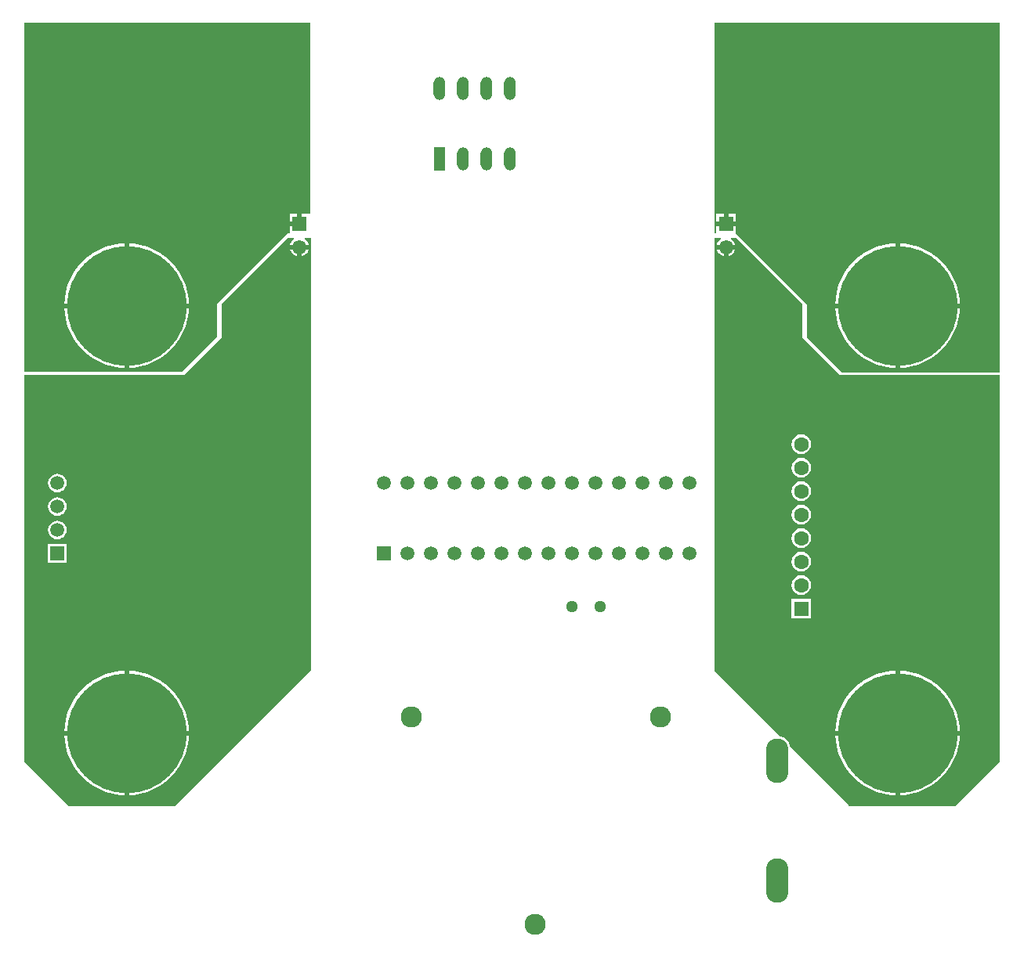
<source format=gbl>
G04*
G04 #@! TF.GenerationSoftware,Altium Limited,Altium Designer,20.0.12 (288)*
G04*
G04 Layer_Physical_Order=2*
G04 Layer_Color=16711680*
%FSLAX24Y24*%
%MOIN*%
G70*
G01*
G75*
%ADD61C,0.0630*%
%ADD62R,0.0630X0.0630*%
%ADD63R,0.0500X0.1000*%
%ADD64O,0.0500X0.1000*%
%ADD65R,0.0610X0.0610*%
%ADD66C,0.0610*%
%ADD67C,0.5100*%
%ADD68C,0.0594*%
%ADD69R,0.0594X0.0594*%
%ADD70O,0.0949X0.1898*%
%ADD71C,0.0902*%
%ADD72C,0.0512*%
%ADD73C,0.0591*%
%ADD74R,0.0591X0.0591*%
G36*
X12200Y22800D02*
X6400Y17000D01*
X1900D01*
X0Y18900D01*
Y35350D01*
X6800D01*
X8400Y36950D01*
Y38400D01*
X11200Y41200D01*
X11476D01*
X11490Y41167D01*
X11491Y41150D01*
X11411Y41089D01*
X11346Y41004D01*
X11305Y40906D01*
X11305Y40900D01*
X11700D01*
X12095D01*
X12095Y40906D01*
X12054Y41004D01*
X11989Y41089D01*
X11909Y41150D01*
X11910Y41167D01*
X11924Y41200D01*
X12200D01*
Y22800D01*
D02*
G37*
G36*
X12150Y42217D02*
X12105Y42205D01*
Y42205D01*
X11800D01*
Y41800D01*
X11700D01*
Y41700D01*
X11295D01*
Y41400D01*
X11200D01*
X8200Y38400D01*
Y37000D01*
X6700Y35500D01*
X0D01*
Y50350D01*
X12150D01*
Y42217D01*
D02*
G37*
G36*
X33100Y38400D02*
Y36950D01*
X34700Y35350D01*
X34790D01*
X34800Y35348D01*
X41500D01*
Y18900D01*
X39600Y17000D01*
X35100D01*
X32584Y19516D01*
X32578Y19558D01*
X32520Y19698D01*
X32428Y19818D01*
X32308Y19910D01*
X32168Y19968D01*
X32127Y19973D01*
X29350Y22750D01*
Y41200D01*
X29626D01*
X29640Y41167D01*
X29641Y41150D01*
X29561Y41089D01*
X29496Y41004D01*
X29455Y40906D01*
X29455Y40900D01*
X29850D01*
X30245D01*
X30245Y40906D01*
X30204Y41004D01*
X30139Y41089D01*
X30059Y41150D01*
X30060Y41167D01*
X30074Y41200D01*
X30300D01*
X33100Y38400D01*
D02*
G37*
G36*
X41500Y35450D02*
X34800D01*
X33300Y36950D01*
Y38350D01*
X30255Y41395D01*
Y41700D01*
X29850D01*
X29445D01*
Y41400D01*
X29350D01*
Y50350D01*
X41500D01*
Y35450D01*
D02*
G37*
%LPC*%
G36*
X12095Y40700D02*
X11800D01*
Y40405D01*
X11806Y40405D01*
X11904Y40446D01*
X11989Y40511D01*
X12054Y40596D01*
X12095Y40694D01*
X12095Y40700D01*
D02*
G37*
G36*
X11600D02*
X11305D01*
X11305Y40694D01*
X11346Y40596D01*
X11411Y40511D01*
X11496Y40446D01*
X11594Y40405D01*
X11600Y40405D01*
Y40700D01*
D02*
G37*
G36*
X1400Y31149D02*
X1297Y31135D01*
X1201Y31095D01*
X1118Y31032D01*
X1055Y30949D01*
X1015Y30853D01*
X1001Y30750D01*
X1015Y30647D01*
X1055Y30551D01*
X1118Y30468D01*
X1201Y30405D01*
X1297Y30365D01*
X1400Y30351D01*
X1503Y30365D01*
X1599Y30405D01*
X1682Y30468D01*
X1745Y30551D01*
X1785Y30647D01*
X1799Y30750D01*
X1785Y30853D01*
X1745Y30949D01*
X1682Y31032D01*
X1599Y31095D01*
X1503Y31135D01*
X1400Y31149D01*
D02*
G37*
G36*
Y30149D02*
X1297Y30135D01*
X1201Y30095D01*
X1118Y30032D01*
X1055Y29949D01*
X1015Y29853D01*
X1001Y29750D01*
X1015Y29647D01*
X1055Y29551D01*
X1118Y29468D01*
X1201Y29405D01*
X1297Y29365D01*
X1400Y29351D01*
X1503Y29365D01*
X1599Y29405D01*
X1682Y29468D01*
X1745Y29551D01*
X1785Y29647D01*
X1799Y29750D01*
X1785Y29853D01*
X1745Y29949D01*
X1682Y30032D01*
X1599Y30095D01*
X1503Y30135D01*
X1400Y30149D01*
D02*
G37*
G36*
Y29149D02*
X1297Y29135D01*
X1201Y29095D01*
X1118Y29032D01*
X1055Y28949D01*
X1015Y28853D01*
X1001Y28750D01*
X1015Y28647D01*
X1055Y28551D01*
X1118Y28468D01*
X1201Y28405D01*
X1297Y28365D01*
X1400Y28351D01*
X1503Y28365D01*
X1599Y28405D01*
X1682Y28468D01*
X1745Y28551D01*
X1785Y28647D01*
X1799Y28750D01*
X1785Y28853D01*
X1745Y28949D01*
X1682Y29032D01*
X1599Y29095D01*
X1503Y29135D01*
X1400Y29149D01*
D02*
G37*
G36*
X1795Y28145D02*
X1005D01*
Y27355D01*
X1795D01*
Y28145D01*
D02*
G37*
G36*
X4450Y22749D02*
Y20200D01*
X6999D01*
X6987Y20397D01*
X6938Y20691D01*
X6855Y20977D01*
X6741Y21252D01*
X6597Y21512D01*
X6425Y21755D01*
X6227Y21977D01*
X6005Y22175D01*
X5762Y22347D01*
X5502Y22491D01*
X5227Y22605D01*
X4941Y22688D01*
X4647Y22737D01*
X4450Y22749D01*
D02*
G37*
G36*
X4250D02*
X4053Y22737D01*
X3759Y22688D01*
X3473Y22605D01*
X3198Y22491D01*
X2938Y22347D01*
X2695Y22175D01*
X2473Y21977D01*
X2275Y21755D01*
X2103Y21512D01*
X1959Y21252D01*
X1845Y20977D01*
X1762Y20691D01*
X1713Y20397D01*
X1701Y20200D01*
X4250D01*
Y22749D01*
D02*
G37*
G36*
X6999Y20000D02*
X4450D01*
Y17451D01*
X4647Y17463D01*
X4941Y17512D01*
X5227Y17595D01*
X5502Y17709D01*
X5762Y17853D01*
X6005Y18025D01*
X6227Y18223D01*
X6425Y18445D01*
X6597Y18688D01*
X6741Y18948D01*
X6855Y19223D01*
X6938Y19509D01*
X6987Y19803D01*
X6999Y20000D01*
D02*
G37*
G36*
X4250D02*
X1701D01*
X1713Y19803D01*
X1762Y19509D01*
X1845Y19223D01*
X1959Y18948D01*
X2103Y18688D01*
X2275Y18445D01*
X2473Y18223D01*
X2695Y18025D01*
X2938Y17853D01*
X3198Y17709D01*
X3473Y17595D01*
X3759Y17512D01*
X4053Y17463D01*
X4250Y17451D01*
Y20000D01*
D02*
G37*
G36*
X11600Y42205D02*
X11295D01*
Y41900D01*
X11600D01*
Y42205D01*
D02*
G37*
G36*
X4450Y40949D02*
Y38400D01*
X6999D01*
X6987Y38597D01*
X6938Y38891D01*
X6855Y39177D01*
X6741Y39452D01*
X6597Y39712D01*
X6425Y39955D01*
X6227Y40177D01*
X6005Y40375D01*
X5762Y40547D01*
X5502Y40691D01*
X5227Y40805D01*
X4941Y40888D01*
X4647Y40937D01*
X4450Y40949D01*
D02*
G37*
G36*
X4250D02*
X4053Y40937D01*
X3759Y40888D01*
X3473Y40805D01*
X3198Y40691D01*
X2938Y40547D01*
X2695Y40375D01*
X2473Y40177D01*
X2275Y39955D01*
X2103Y39712D01*
X1959Y39452D01*
X1845Y39177D01*
X1762Y38891D01*
X1713Y38597D01*
X1701Y38400D01*
X4250D01*
Y40949D01*
D02*
G37*
G36*
X6999Y38200D02*
X4450D01*
Y35651D01*
X4647Y35663D01*
X4941Y35712D01*
X5227Y35795D01*
X5502Y35909D01*
X5762Y36053D01*
X6005Y36225D01*
X6227Y36423D01*
X6425Y36645D01*
X6597Y36888D01*
X6741Y37148D01*
X6855Y37423D01*
X6938Y37709D01*
X6987Y38003D01*
X6999Y38200D01*
D02*
G37*
G36*
X4250D02*
X1701D01*
X1713Y38003D01*
X1762Y37709D01*
X1845Y37423D01*
X1959Y37148D01*
X2103Y36888D01*
X2275Y36645D01*
X2473Y36423D01*
X2695Y36225D01*
X2938Y36053D01*
X3198Y35909D01*
X3473Y35795D01*
X3759Y35712D01*
X4053Y35663D01*
X4250Y35651D01*
Y38200D01*
D02*
G37*
G36*
X30245Y40700D02*
X29950D01*
Y40405D01*
X29956Y40405D01*
X30054Y40446D01*
X30139Y40511D01*
X30204Y40596D01*
X30245Y40694D01*
X30245Y40700D01*
D02*
G37*
G36*
X29750D02*
X29455D01*
X29455Y40694D01*
X29496Y40596D01*
X29561Y40511D01*
X29646Y40446D01*
X29744Y40405D01*
X29750Y40405D01*
Y40700D01*
D02*
G37*
G36*
X33050Y32819D02*
X32942Y32804D01*
X32841Y32762D01*
X32754Y32696D01*
X32688Y32609D01*
X32646Y32508D01*
X32631Y32400D01*
X32646Y32292D01*
X32688Y32191D01*
X32754Y32104D01*
X32841Y32038D01*
X32942Y31996D01*
X33050Y31981D01*
X33158Y31996D01*
X33259Y32038D01*
X33346Y32104D01*
X33412Y32191D01*
X33454Y32292D01*
X33469Y32400D01*
X33454Y32508D01*
X33412Y32609D01*
X33346Y32696D01*
X33259Y32762D01*
X33158Y32804D01*
X33050Y32819D01*
D02*
G37*
G36*
Y31819D02*
X32942Y31804D01*
X32841Y31762D01*
X32754Y31696D01*
X32688Y31609D01*
X32646Y31508D01*
X32631Y31400D01*
X32646Y31292D01*
X32688Y31191D01*
X32754Y31104D01*
X32841Y31038D01*
X32942Y30996D01*
X33050Y30981D01*
X33158Y30996D01*
X33259Y31038D01*
X33346Y31104D01*
X33412Y31191D01*
X33454Y31292D01*
X33469Y31400D01*
X33454Y31508D01*
X33412Y31609D01*
X33346Y31696D01*
X33259Y31762D01*
X33158Y31804D01*
X33050Y31819D01*
D02*
G37*
G36*
Y30819D02*
X32942Y30804D01*
X32841Y30762D01*
X32754Y30696D01*
X32688Y30609D01*
X32646Y30508D01*
X32631Y30400D01*
X32646Y30292D01*
X32688Y30191D01*
X32754Y30104D01*
X32841Y30038D01*
X32942Y29996D01*
X33050Y29981D01*
X33158Y29996D01*
X33259Y30038D01*
X33346Y30104D01*
X33412Y30191D01*
X33454Y30292D01*
X33469Y30400D01*
X33454Y30508D01*
X33412Y30609D01*
X33346Y30696D01*
X33259Y30762D01*
X33158Y30804D01*
X33050Y30819D01*
D02*
G37*
G36*
Y29819D02*
X32942Y29804D01*
X32841Y29762D01*
X32754Y29696D01*
X32688Y29609D01*
X32646Y29508D01*
X32631Y29400D01*
X32646Y29292D01*
X32688Y29191D01*
X32754Y29104D01*
X32841Y29038D01*
X32942Y28996D01*
X33050Y28981D01*
X33158Y28996D01*
X33259Y29038D01*
X33346Y29104D01*
X33412Y29191D01*
X33454Y29292D01*
X33469Y29400D01*
X33454Y29508D01*
X33412Y29609D01*
X33346Y29696D01*
X33259Y29762D01*
X33158Y29804D01*
X33050Y29819D01*
D02*
G37*
G36*
Y28819D02*
X32942Y28804D01*
X32841Y28762D01*
X32754Y28696D01*
X32688Y28609D01*
X32646Y28508D01*
X32631Y28400D01*
X32646Y28292D01*
X32688Y28191D01*
X32754Y28104D01*
X32841Y28038D01*
X32942Y27996D01*
X33050Y27981D01*
X33158Y27996D01*
X33259Y28038D01*
X33346Y28104D01*
X33412Y28191D01*
X33454Y28292D01*
X33469Y28400D01*
X33454Y28508D01*
X33412Y28609D01*
X33346Y28696D01*
X33259Y28762D01*
X33158Y28804D01*
X33050Y28819D01*
D02*
G37*
G36*
Y27819D02*
X32942Y27804D01*
X32841Y27762D01*
X32754Y27696D01*
X32688Y27609D01*
X32646Y27508D01*
X32631Y27400D01*
X32646Y27292D01*
X32688Y27191D01*
X32754Y27104D01*
X32841Y27038D01*
X32942Y26996D01*
X33050Y26981D01*
X33158Y26996D01*
X33259Y27038D01*
X33346Y27104D01*
X33412Y27191D01*
X33454Y27292D01*
X33469Y27400D01*
X33454Y27508D01*
X33412Y27609D01*
X33346Y27696D01*
X33259Y27762D01*
X33158Y27804D01*
X33050Y27819D01*
D02*
G37*
G36*
Y26819D02*
X32942Y26804D01*
X32841Y26762D01*
X32754Y26696D01*
X32688Y26609D01*
X32646Y26508D01*
X32631Y26400D01*
X32646Y26292D01*
X32688Y26191D01*
X32754Y26104D01*
X32841Y26038D01*
X32942Y25996D01*
X33050Y25981D01*
X33158Y25996D01*
X33259Y26038D01*
X33346Y26104D01*
X33412Y26191D01*
X33454Y26292D01*
X33469Y26400D01*
X33454Y26508D01*
X33412Y26609D01*
X33346Y26696D01*
X33259Y26762D01*
X33158Y26804D01*
X33050Y26819D01*
D02*
G37*
G36*
X33465Y25815D02*
X32635D01*
Y24985D01*
X33465D01*
Y25815D01*
D02*
G37*
G36*
X37250Y22749D02*
Y20200D01*
X39799D01*
X39787Y20397D01*
X39738Y20691D01*
X39655Y20977D01*
X39541Y21252D01*
X39397Y21512D01*
X39225Y21755D01*
X39027Y21977D01*
X38805Y22175D01*
X38562Y22347D01*
X38302Y22491D01*
X38027Y22605D01*
X37741Y22688D01*
X37447Y22737D01*
X37250Y22749D01*
D02*
G37*
G36*
X37050D02*
X36853Y22737D01*
X36559Y22688D01*
X36273Y22605D01*
X35998Y22491D01*
X35738Y22347D01*
X35495Y22175D01*
X35273Y21977D01*
X35075Y21755D01*
X34903Y21512D01*
X34759Y21252D01*
X34645Y20977D01*
X34562Y20691D01*
X34513Y20397D01*
X34501Y20200D01*
X37050D01*
Y22749D01*
D02*
G37*
G36*
X39799Y20000D02*
X37250D01*
Y17451D01*
X37447Y17463D01*
X37741Y17512D01*
X38027Y17595D01*
X38302Y17709D01*
X38562Y17853D01*
X38805Y18025D01*
X39027Y18223D01*
X39225Y18445D01*
X39397Y18688D01*
X39541Y18948D01*
X39655Y19223D01*
X39738Y19509D01*
X39787Y19803D01*
X39799Y20000D01*
D02*
G37*
G36*
X37050D02*
X34501D01*
X34513Y19803D01*
X34562Y19509D01*
X34645Y19223D01*
X34759Y18948D01*
X34903Y18688D01*
X35075Y18445D01*
X35273Y18223D01*
X35495Y18025D01*
X35738Y17853D01*
X35998Y17709D01*
X36273Y17595D01*
X36559Y17512D01*
X36853Y17463D01*
X37050Y17451D01*
Y20000D01*
D02*
G37*
G36*
X30255Y42205D02*
X29950D01*
Y41900D01*
X30255D01*
Y42205D01*
D02*
G37*
G36*
X29750D02*
X29445D01*
Y41900D01*
X29750D01*
Y42205D01*
D02*
G37*
G36*
X37250Y40949D02*
Y38400D01*
X39799D01*
X39787Y38597D01*
X39738Y38891D01*
X39655Y39177D01*
X39541Y39452D01*
X39397Y39712D01*
X39225Y39955D01*
X39027Y40177D01*
X38805Y40375D01*
X38562Y40547D01*
X38302Y40691D01*
X38027Y40805D01*
X37741Y40888D01*
X37447Y40937D01*
X37250Y40949D01*
D02*
G37*
G36*
X37050D02*
X36853Y40937D01*
X36559Y40888D01*
X36273Y40805D01*
X35998Y40691D01*
X35738Y40547D01*
X35495Y40375D01*
X35273Y40177D01*
X35075Y39955D01*
X34903Y39712D01*
X34759Y39452D01*
X34645Y39177D01*
X34562Y38891D01*
X34513Y38597D01*
X34501Y38400D01*
X37050D01*
Y40949D01*
D02*
G37*
G36*
X39799Y38200D02*
X37250D01*
Y35651D01*
X37447Y35663D01*
X37741Y35712D01*
X38027Y35795D01*
X38302Y35909D01*
X38562Y36053D01*
X38805Y36225D01*
X39027Y36423D01*
X39225Y36645D01*
X39397Y36888D01*
X39541Y37148D01*
X39655Y37423D01*
X39738Y37709D01*
X39787Y38003D01*
X39799Y38200D01*
D02*
G37*
G36*
X37050D02*
X34501D01*
X34513Y38003D01*
X34562Y37709D01*
X34645Y37423D01*
X34759Y37148D01*
X34903Y36888D01*
X35075Y36645D01*
X35273Y36423D01*
X35495Y36225D01*
X35738Y36053D01*
X35998Y35909D01*
X36273Y35795D01*
X36559Y35712D01*
X36853Y35663D01*
X37050Y35651D01*
Y38200D01*
D02*
G37*
%LPD*%
D61*
X33050Y32400D02*
D03*
Y31400D02*
D03*
Y29400D02*
D03*
Y27400D02*
D03*
Y26400D02*
D03*
Y28400D02*
D03*
Y30400D02*
D03*
D62*
Y25400D02*
D03*
D63*
X17650Y44550D02*
D03*
D64*
X18650D02*
D03*
X19650D02*
D03*
X20650D02*
D03*
X17650Y47550D02*
D03*
X18650D02*
D03*
X19650D02*
D03*
X20650D02*
D03*
D65*
X29850Y41800D02*
D03*
X11700D02*
D03*
D66*
X29850Y40800D02*
D03*
X11700D02*
D03*
D67*
X37150Y38300D02*
D03*
Y20100D02*
D03*
X4350Y38300D02*
D03*
Y20100D02*
D03*
D68*
X22300Y30750D02*
D03*
Y27750D02*
D03*
X21300D02*
D03*
X20300D02*
D03*
X19300D02*
D03*
X18300D02*
D03*
X17300D02*
D03*
X23300D02*
D03*
X24300D02*
D03*
X25300D02*
D03*
X26300D02*
D03*
X23300Y30750D02*
D03*
X24300D02*
D03*
X25300D02*
D03*
X26300D02*
D03*
X21300D02*
D03*
X20300D02*
D03*
X19300D02*
D03*
X18300D02*
D03*
X17300D02*
D03*
X16300Y27750D02*
D03*
Y30750D02*
D03*
X15300D02*
D03*
X27300Y27750D02*
D03*
Y30750D02*
D03*
X28300Y27750D02*
D03*
Y30750D02*
D03*
D69*
X15300Y27750D02*
D03*
D70*
X32018Y18934D02*
D03*
Y13835D02*
D03*
D71*
X27050Y20800D02*
D03*
X16471D02*
D03*
X21739Y11942D02*
D03*
D72*
X23290Y25500D02*
D03*
X24510D02*
D03*
D73*
X1400Y30750D02*
D03*
Y29750D02*
D03*
Y28750D02*
D03*
D74*
Y27750D02*
D03*
M02*

</source>
